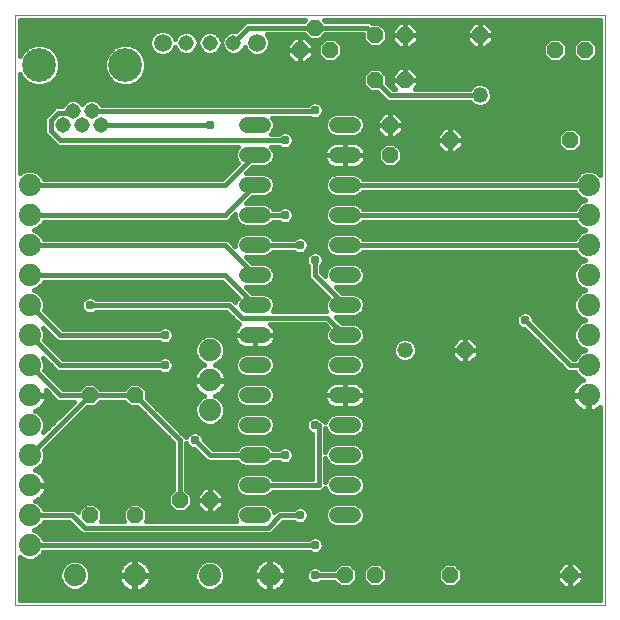
<source format=gbl>
G75*
%MOIN*%
%OFA0B0*%
%FSLAX25Y25*%
%IPPOS*%
%LPD*%
%AMOC8*
5,1,8,0,0,1.08239X$1,22.5*
%
%ADD10C,0.00000*%
%ADD11OC8,0.05200*%
%ADD12C,0.05200*%
%ADD13C,0.05150*%
%ADD14C,0.11220*%
%ADD15C,0.05200*%
%ADD16C,0.05937*%
%ADD17C,0.07400*%
%ADD18C,0.01600*%
%ADD19C,0.03100*%
D10*
X0001800Y0001800D02*
X0001800Y0198650D01*
X0198650Y0198650D01*
X0198650Y0001800D01*
X0001800Y0001800D01*
D11*
X0026800Y0031800D03*
X0041800Y0031800D03*
X0056800Y0036800D03*
X0066800Y0036800D03*
X0041800Y0071800D03*
X0026800Y0071800D03*
X0111800Y0011800D03*
X0121800Y0011800D03*
X0146800Y0011800D03*
X0186800Y0011800D03*
X0151800Y0086800D03*
X0126800Y0151800D03*
X0126800Y0161800D03*
X0121800Y0176800D03*
X0131800Y0176800D03*
X0131800Y0191800D03*
X0121800Y0191800D03*
X0106800Y0186800D03*
X0101800Y0194300D03*
X0096800Y0186800D03*
X0146800Y0156800D03*
X0156800Y0191800D03*
X0181800Y0186800D03*
X0191800Y0186800D03*
X0186800Y0156800D03*
D12*
X0156800Y0171800D03*
X0131800Y0086800D03*
D13*
X0074674Y0189300D03*
X0066800Y0189300D03*
X0058926Y0189300D03*
X0030599Y0161721D03*
X0027450Y0166446D03*
X0024300Y0161721D03*
X0021150Y0166446D03*
X0018001Y0161721D03*
D14*
X0009930Y0181800D03*
X0038670Y0181800D03*
D15*
X0079200Y0161800D02*
X0084400Y0161800D01*
X0084400Y0151800D02*
X0079200Y0151800D01*
X0079200Y0141800D02*
X0084400Y0141800D01*
X0084400Y0131800D02*
X0079200Y0131800D01*
X0079200Y0121800D02*
X0084400Y0121800D01*
X0084400Y0111800D02*
X0079200Y0111800D01*
X0079200Y0101800D02*
X0084400Y0101800D01*
X0084400Y0091800D02*
X0079200Y0091800D01*
X0079200Y0081800D02*
X0084400Y0081800D01*
X0084400Y0071800D02*
X0079200Y0071800D01*
X0079200Y0061800D02*
X0084400Y0061800D01*
X0084400Y0051800D02*
X0079200Y0051800D01*
X0079200Y0041800D02*
X0084400Y0041800D01*
X0084400Y0031800D02*
X0079200Y0031800D01*
X0109200Y0031800D02*
X0114400Y0031800D01*
X0114400Y0041800D02*
X0109200Y0041800D01*
X0109200Y0051800D02*
X0114400Y0051800D01*
X0114400Y0061800D02*
X0109200Y0061800D01*
X0109200Y0071800D02*
X0114400Y0071800D01*
X0114400Y0081800D02*
X0109200Y0081800D01*
X0109200Y0091800D02*
X0114400Y0091800D01*
X0114400Y0101800D02*
X0109200Y0101800D01*
X0109200Y0111800D02*
X0114400Y0111800D01*
X0114400Y0121800D02*
X0109200Y0121800D01*
X0109200Y0131800D02*
X0114400Y0131800D01*
X0114400Y0141800D02*
X0109200Y0141800D01*
X0109200Y0151800D02*
X0114400Y0151800D01*
X0114400Y0161800D02*
X0109200Y0161800D01*
D16*
X0082548Y0189300D03*
X0051052Y0189300D03*
D17*
X0006800Y0141800D03*
X0006800Y0131800D03*
X0006800Y0121800D03*
X0006800Y0111800D03*
X0006800Y0101800D03*
X0006800Y0091800D03*
X0006800Y0081800D03*
X0006800Y0071800D03*
X0006800Y0061800D03*
X0006800Y0051800D03*
X0006800Y0041800D03*
X0006800Y0031800D03*
X0006800Y0021800D03*
X0021800Y0011800D03*
X0041800Y0011800D03*
X0066800Y0011800D03*
X0086800Y0011800D03*
X0066800Y0066800D03*
X0066800Y0076800D03*
X0066800Y0086800D03*
X0193050Y0081800D03*
X0193050Y0071800D03*
X0193050Y0091800D03*
X0193050Y0101800D03*
X0193050Y0111800D03*
X0193050Y0121800D03*
X0193050Y0131800D03*
X0193050Y0141800D03*
D18*
X0111800Y0141800D01*
X0115196Y0145800D02*
X0108404Y0145800D01*
X0106934Y0145191D01*
X0105809Y0144066D01*
X0105200Y0142596D01*
X0105200Y0141004D01*
X0105809Y0139534D01*
X0106934Y0138409D01*
X0108404Y0137800D01*
X0115196Y0137800D01*
X0116666Y0138409D01*
X0117791Y0139534D01*
X0117818Y0139600D01*
X0188441Y0139600D01*
X0188726Y0138911D01*
X0190161Y0137476D01*
X0191794Y0136800D01*
X0190161Y0136124D01*
X0188726Y0134689D01*
X0188441Y0134000D01*
X0117818Y0134000D01*
X0117791Y0134066D01*
X0116666Y0135191D01*
X0115196Y0135800D01*
X0108404Y0135800D01*
X0106934Y0135191D01*
X0105809Y0134066D01*
X0105200Y0132596D01*
X0105200Y0131004D01*
X0105809Y0129534D01*
X0106934Y0128409D01*
X0108404Y0127800D01*
X0115196Y0127800D01*
X0116666Y0128409D01*
X0117791Y0129534D01*
X0117818Y0129600D01*
X0188441Y0129600D01*
X0188726Y0128911D01*
X0190161Y0127476D01*
X0191794Y0126800D01*
X0190161Y0126124D01*
X0188726Y0124689D01*
X0188441Y0124000D01*
X0117818Y0124000D01*
X0117791Y0124066D01*
X0116666Y0125191D01*
X0115196Y0125800D01*
X0108404Y0125800D01*
X0106934Y0125191D01*
X0105809Y0124066D01*
X0105200Y0122596D01*
X0105200Y0121004D01*
X0105809Y0119534D01*
X0106934Y0118409D01*
X0108404Y0117800D01*
X0115196Y0117800D01*
X0116666Y0118409D01*
X0117791Y0119534D01*
X0117818Y0119600D01*
X0188441Y0119600D01*
X0188726Y0118911D01*
X0190161Y0117476D01*
X0191794Y0116800D01*
X0190161Y0116124D01*
X0188726Y0114689D01*
X0187950Y0112814D01*
X0187950Y0110786D01*
X0188726Y0108911D01*
X0190161Y0107476D01*
X0191794Y0106800D01*
X0190161Y0106124D01*
X0188726Y0104689D01*
X0187950Y0102814D01*
X0187950Y0100786D01*
X0188726Y0098911D01*
X0190161Y0097476D01*
X0191794Y0096800D01*
X0190161Y0096124D01*
X0188726Y0094689D01*
X0187950Y0092814D01*
X0187950Y0090786D01*
X0188726Y0088911D01*
X0190161Y0087476D01*
X0191794Y0086800D01*
X0190161Y0086124D01*
X0188726Y0084689D01*
X0188441Y0084000D01*
X0187711Y0084000D01*
X0174750Y0096961D01*
X0174750Y0097387D01*
X0174301Y0098471D01*
X0173471Y0099301D01*
X0172387Y0099750D01*
X0171213Y0099750D01*
X0170129Y0099301D01*
X0169299Y0098471D01*
X0168850Y0097387D01*
X0168850Y0096213D01*
X0169299Y0095129D01*
X0170129Y0094299D01*
X0171213Y0093850D01*
X0171639Y0093850D01*
X0184600Y0080889D01*
X0185889Y0079600D01*
X0188441Y0079600D01*
X0188726Y0078911D01*
X0190161Y0077476D01*
X0191287Y0077010D01*
X0190939Y0076897D01*
X0190167Y0076504D01*
X0189467Y0075995D01*
X0188855Y0075383D01*
X0188346Y0074683D01*
X0187953Y0073911D01*
X0187685Y0073088D01*
X0187550Y0072233D01*
X0187550Y0072000D01*
X0192850Y0072000D01*
X0192850Y0071600D01*
X0193250Y0071600D01*
X0193250Y0066300D01*
X0193483Y0066300D01*
X0194338Y0066435D01*
X0195161Y0066703D01*
X0195933Y0067096D01*
X0196633Y0067605D01*
X0196800Y0067772D01*
X0196800Y0003600D01*
X0003600Y0003600D01*
X0003600Y0017788D01*
X0003911Y0017476D01*
X0005786Y0016700D01*
X0007814Y0016700D01*
X0009689Y0017476D01*
X0011124Y0018911D01*
X0011409Y0019600D01*
X0099828Y0019600D01*
X0100129Y0019299D01*
X0101213Y0018850D01*
X0102387Y0018850D01*
X0103471Y0019299D01*
X0104301Y0020129D01*
X0104750Y0021213D01*
X0104750Y0022387D01*
X0104301Y0023471D01*
X0103471Y0024301D01*
X0102387Y0024750D01*
X0101213Y0024750D01*
X0100129Y0024301D01*
X0099828Y0024000D01*
X0011409Y0024000D01*
X0011124Y0024689D01*
X0009689Y0026124D01*
X0008056Y0026800D01*
X0009689Y0027476D01*
X0011124Y0028911D01*
X0011409Y0029600D01*
X0019949Y0029600D01*
X0022860Y0026689D01*
X0024149Y0025400D01*
X0087051Y0025400D01*
X0088340Y0026689D01*
X0091251Y0029600D01*
X0094828Y0029600D01*
X0095129Y0029299D01*
X0096213Y0028850D01*
X0097387Y0028850D01*
X0098471Y0029299D01*
X0099301Y0030129D01*
X0099750Y0031213D01*
X0099750Y0032387D01*
X0099301Y0033471D01*
X0098471Y0034301D01*
X0097387Y0034750D01*
X0096213Y0034750D01*
X0095129Y0034301D01*
X0094828Y0034000D01*
X0089428Y0034000D01*
X0088290Y0032861D01*
X0087791Y0034066D01*
X0086666Y0035191D01*
X0085196Y0035800D01*
X0078404Y0035800D01*
X0076934Y0035191D01*
X0075809Y0034066D01*
X0075200Y0032596D01*
X0075200Y0031004D01*
X0075699Y0029800D01*
X0045457Y0029800D01*
X0045800Y0030143D01*
X0045800Y0033457D01*
X0043457Y0035800D01*
X0040143Y0035800D01*
X0037800Y0033457D01*
X0037800Y0030143D01*
X0038143Y0029800D01*
X0030457Y0029800D01*
X0030800Y0030143D01*
X0030800Y0033457D01*
X0028457Y0035800D01*
X0025143Y0035800D01*
X0022800Y0033457D01*
X0022800Y0032972D01*
X0021772Y0034000D01*
X0011409Y0034000D01*
X0011124Y0034689D01*
X0009689Y0036124D01*
X0008563Y0036590D01*
X0008911Y0036703D01*
X0009683Y0037096D01*
X0010383Y0037605D01*
X0010995Y0038217D01*
X0011504Y0038917D01*
X0011897Y0039689D01*
X0012165Y0040512D01*
X0012300Y0041367D01*
X0012300Y0041600D01*
X0007000Y0041600D01*
X0007000Y0042000D01*
X0012300Y0042000D01*
X0012300Y0042233D01*
X0012165Y0043088D01*
X0011897Y0043911D01*
X0011504Y0044683D01*
X0010995Y0045383D01*
X0010383Y0045995D01*
X0009683Y0046504D01*
X0008911Y0046897D01*
X0008563Y0047010D01*
X0009689Y0047476D01*
X0011124Y0048911D01*
X0011900Y0050786D01*
X0011900Y0052814D01*
X0011615Y0053503D01*
X0025911Y0067800D01*
X0028457Y0067800D01*
X0030257Y0069600D01*
X0038343Y0069600D01*
X0040143Y0067800D01*
X0042689Y0067800D01*
X0054600Y0055889D01*
X0054600Y0040257D01*
X0052800Y0038457D01*
X0052800Y0035143D01*
X0055143Y0032800D01*
X0058457Y0032800D01*
X0060800Y0035143D01*
X0060800Y0038457D01*
X0059000Y0040257D01*
X0059000Y0055851D01*
X0059299Y0055129D01*
X0060129Y0054299D01*
X0061213Y0053850D01*
X0061639Y0053850D01*
X0064600Y0050889D01*
X0065889Y0049600D01*
X0075782Y0049600D01*
X0075809Y0049534D01*
X0076934Y0048409D01*
X0078404Y0047800D01*
X0085196Y0047800D01*
X0086666Y0048409D01*
X0087791Y0049534D01*
X0087818Y0049600D01*
X0089828Y0049600D01*
X0090129Y0049299D01*
X0091213Y0048850D01*
X0092387Y0048850D01*
X0093471Y0049299D01*
X0094301Y0050129D01*
X0094750Y0051213D01*
X0094750Y0052387D01*
X0094301Y0053471D01*
X0093471Y0054301D01*
X0092387Y0054750D01*
X0091213Y0054750D01*
X0090129Y0054301D01*
X0089828Y0054000D01*
X0087818Y0054000D01*
X0087791Y0054066D01*
X0086666Y0055191D01*
X0085196Y0055800D01*
X0078404Y0055800D01*
X0076934Y0055191D01*
X0075809Y0054066D01*
X0075782Y0054000D01*
X0067711Y0054000D01*
X0064750Y0056961D01*
X0064750Y0057387D01*
X0064301Y0058471D01*
X0063471Y0059301D01*
X0062387Y0059750D01*
X0061213Y0059750D01*
X0060129Y0059301D01*
X0059299Y0058471D01*
X0058989Y0057722D01*
X0057711Y0059000D01*
X0045800Y0070911D01*
X0045800Y0073457D01*
X0043457Y0075800D01*
X0040143Y0075800D01*
X0038343Y0074000D01*
X0030257Y0074000D01*
X0028457Y0075800D01*
X0025143Y0075800D01*
X0023343Y0074000D01*
X0017711Y0074000D01*
X0011615Y0080097D01*
X0011900Y0080786D01*
X0011900Y0082814D01*
X0011352Y0084136D01*
X0014600Y0080889D01*
X0015889Y0079600D01*
X0049828Y0079600D01*
X0050129Y0079299D01*
X0051213Y0078850D01*
X0052387Y0078850D01*
X0053471Y0079299D01*
X0054301Y0080129D01*
X0054750Y0081213D01*
X0054750Y0082387D01*
X0054301Y0083471D01*
X0053471Y0084301D01*
X0052387Y0084750D01*
X0051213Y0084750D01*
X0050129Y0084301D01*
X0049828Y0084000D01*
X0017711Y0084000D01*
X0011615Y0090097D01*
X0011900Y0090786D01*
X0011900Y0092814D01*
X0011352Y0094136D01*
X0014600Y0090889D01*
X0014600Y0090889D01*
X0015889Y0089600D01*
X0049828Y0089600D01*
X0050129Y0089299D01*
X0051213Y0088850D01*
X0052387Y0088850D01*
X0053471Y0089299D01*
X0054301Y0090129D01*
X0054750Y0091213D01*
X0054750Y0092387D01*
X0054301Y0093471D01*
X0053471Y0094301D01*
X0052387Y0094750D01*
X0051213Y0094750D01*
X0050129Y0094301D01*
X0049828Y0094000D01*
X0017711Y0094000D01*
X0011615Y0100097D01*
X0011900Y0100786D01*
X0011900Y0102814D01*
X0011124Y0104689D01*
X0009689Y0106124D01*
X0008056Y0106800D01*
X0009689Y0107476D01*
X0011124Y0108911D01*
X0011409Y0109600D01*
X0070889Y0109600D01*
X0076116Y0104373D01*
X0075809Y0104066D01*
X0075310Y0102861D01*
X0074172Y0104000D01*
X0028772Y0104000D01*
X0028471Y0104301D01*
X0027387Y0104750D01*
X0026213Y0104750D01*
X0025129Y0104301D01*
X0024299Y0103471D01*
X0023850Y0102387D01*
X0023850Y0101213D01*
X0024299Y0100129D01*
X0025129Y0099299D01*
X0026213Y0098850D01*
X0027387Y0098850D01*
X0028471Y0099299D01*
X0028772Y0099600D01*
X0072349Y0099600D01*
X0075260Y0096689D01*
X0076549Y0095400D01*
X0076669Y0095400D01*
X0076334Y0095156D01*
X0075844Y0094666D01*
X0075437Y0094106D01*
X0075122Y0093489D01*
X0074908Y0092830D01*
X0074800Y0092146D01*
X0074800Y0091800D01*
X0081800Y0091800D01*
X0088800Y0091800D01*
X0088800Y0092146D01*
X0088692Y0092830D01*
X0088478Y0093489D01*
X0088163Y0094106D01*
X0087756Y0094666D01*
X0087266Y0095156D01*
X0086931Y0095400D01*
X0105089Y0095400D01*
X0106116Y0094373D01*
X0105809Y0094066D01*
X0105200Y0092596D01*
X0105200Y0091004D01*
X0105809Y0089534D01*
X0106934Y0088409D01*
X0108404Y0087800D01*
X0115196Y0087800D01*
X0116666Y0088409D01*
X0117791Y0089534D01*
X0118400Y0091004D01*
X0118400Y0092596D01*
X0117791Y0094066D01*
X0116666Y0095191D01*
X0115196Y0095800D01*
X0110911Y0095800D01*
X0108911Y0097800D01*
X0115196Y0097800D01*
X0116666Y0098409D01*
X0117791Y0099534D01*
X0118400Y0101004D01*
X0118400Y0102596D01*
X0117791Y0104066D01*
X0116666Y0105191D01*
X0115196Y0105800D01*
X0110911Y0105800D01*
X0108911Y0107800D01*
X0115196Y0107800D01*
X0116666Y0108409D01*
X0117791Y0109534D01*
X0118400Y0111004D01*
X0118400Y0112596D01*
X0117791Y0114066D01*
X0116666Y0115191D01*
X0115196Y0115800D01*
X0108404Y0115800D01*
X0106934Y0115191D01*
X0105809Y0114066D01*
X0105200Y0112596D01*
X0105200Y0111511D01*
X0104000Y0112711D01*
X0104000Y0114828D01*
X0104301Y0115129D01*
X0104750Y0116213D01*
X0104750Y0117387D01*
X0104301Y0118471D01*
X0103471Y0119301D01*
X0102387Y0119750D01*
X0101213Y0119750D01*
X0100129Y0119301D01*
X0099299Y0118471D01*
X0098850Y0117387D01*
X0098850Y0116213D01*
X0099299Y0115129D01*
X0099600Y0114828D01*
X0099600Y0110889D01*
X0106116Y0104373D01*
X0105809Y0104066D01*
X0105200Y0102596D01*
X0105200Y0101004D01*
X0105699Y0099800D01*
X0087901Y0099800D01*
X0088400Y0101004D01*
X0088400Y0102596D01*
X0087791Y0104066D01*
X0086666Y0105191D01*
X0085196Y0105800D01*
X0080911Y0105800D01*
X0078911Y0107800D01*
X0085196Y0107800D01*
X0086666Y0108409D01*
X0087791Y0109534D01*
X0088400Y0111004D01*
X0088400Y0112596D01*
X0087791Y0114066D01*
X0086666Y0115191D01*
X0085196Y0115800D01*
X0080911Y0115800D01*
X0078911Y0117800D01*
X0085196Y0117800D01*
X0086666Y0118409D01*
X0087791Y0119534D01*
X0087818Y0119600D01*
X0094828Y0119600D01*
X0095129Y0119299D01*
X0096213Y0118850D01*
X0097387Y0118850D01*
X0098471Y0119299D01*
X0099301Y0120129D01*
X0099750Y0121213D01*
X0099750Y0122387D01*
X0099301Y0123471D01*
X0098471Y0124301D01*
X0097387Y0124750D01*
X0096213Y0124750D01*
X0095129Y0124301D01*
X0094828Y0124000D01*
X0087818Y0124000D01*
X0087791Y0124066D01*
X0086666Y0125191D01*
X0085196Y0125800D01*
X0078404Y0125800D01*
X0076934Y0125191D01*
X0075809Y0124066D01*
X0075200Y0122596D01*
X0075200Y0121511D01*
X0072711Y0124000D01*
X0011409Y0124000D01*
X0011124Y0124689D01*
X0009689Y0126124D01*
X0008056Y0126800D01*
X0009689Y0127476D01*
X0011124Y0128911D01*
X0011409Y0129600D01*
X0072711Y0129600D01*
X0075200Y0132089D01*
X0075200Y0131004D01*
X0075809Y0129534D01*
X0076934Y0128409D01*
X0078404Y0127800D01*
X0085196Y0127800D01*
X0086666Y0128409D01*
X0087791Y0129534D01*
X0087818Y0129600D01*
X0089828Y0129600D01*
X0090129Y0129299D01*
X0091213Y0128850D01*
X0092387Y0128850D01*
X0093471Y0129299D01*
X0094301Y0130129D01*
X0094750Y0131213D01*
X0094750Y0132387D01*
X0094301Y0133471D01*
X0093471Y0134301D01*
X0092387Y0134750D01*
X0091213Y0134750D01*
X0090129Y0134301D01*
X0089828Y0134000D01*
X0087818Y0134000D01*
X0087791Y0134066D01*
X0086666Y0135191D01*
X0085196Y0135800D01*
X0078911Y0135800D01*
X0080911Y0137800D01*
X0085196Y0137800D01*
X0086666Y0138409D01*
X0087791Y0139534D01*
X0088400Y0141004D01*
X0088400Y0142596D01*
X0087791Y0144066D01*
X0086666Y0145191D01*
X0085196Y0145800D01*
X0078911Y0145800D01*
X0080911Y0147800D01*
X0085196Y0147800D01*
X0086666Y0148409D01*
X0087791Y0149534D01*
X0088400Y0151004D01*
X0088400Y0152596D01*
X0087791Y0154066D01*
X0087257Y0154600D01*
X0089828Y0154600D01*
X0090129Y0154299D01*
X0091213Y0153850D01*
X0092387Y0153850D01*
X0093471Y0154299D01*
X0094301Y0155129D01*
X0094750Y0156213D01*
X0094750Y0157387D01*
X0094301Y0158471D01*
X0093471Y0159301D01*
X0092387Y0159750D01*
X0091213Y0159750D01*
X0090129Y0159301D01*
X0089828Y0159000D01*
X0087257Y0159000D01*
X0087791Y0159534D01*
X0088400Y0161004D01*
X0088400Y0162596D01*
X0087791Y0164066D01*
X0087611Y0164246D01*
X0100258Y0164246D01*
X0101213Y0163850D01*
X0102387Y0163850D01*
X0103471Y0164299D01*
X0104301Y0165129D01*
X0104750Y0166213D01*
X0104750Y0167387D01*
X0104301Y0168471D01*
X0103471Y0169301D01*
X0102387Y0169750D01*
X0101213Y0169750D01*
X0100129Y0169301D01*
X0099474Y0168646D01*
X0030841Y0168646D01*
X0030819Y0168697D01*
X0029701Y0169815D01*
X0028240Y0170420D01*
X0026659Y0170420D01*
X0025198Y0169815D01*
X0024300Y0168917D01*
X0023402Y0169815D01*
X0021941Y0170420D01*
X0020360Y0170420D01*
X0018899Y0169815D01*
X0017781Y0168697D01*
X0017532Y0168096D01*
X0015360Y0168096D01*
X0014072Y0166807D01*
X0011626Y0164362D01*
X0011626Y0159081D01*
X0016107Y0154600D01*
X0076343Y0154600D01*
X0075809Y0154066D01*
X0075200Y0152596D01*
X0075200Y0151004D01*
X0075809Y0149534D01*
X0076116Y0149227D01*
X0070889Y0144000D01*
X0011409Y0144000D01*
X0011124Y0144689D01*
X0009689Y0146124D01*
X0007814Y0146900D01*
X0005786Y0146900D01*
X0003911Y0146124D01*
X0003600Y0145812D01*
X0003600Y0178763D01*
X0003987Y0177829D01*
X0005959Y0175857D01*
X0008535Y0174790D01*
X0011324Y0174790D01*
X0013901Y0175857D01*
X0015873Y0177829D01*
X0016940Y0180406D01*
X0016940Y0183194D01*
X0015873Y0185771D01*
X0013901Y0187743D01*
X0011324Y0188810D01*
X0008535Y0188810D01*
X0005959Y0187743D01*
X0003987Y0185771D01*
X0003600Y0184837D01*
X0003600Y0196800D01*
X0098643Y0196800D01*
X0098343Y0196500D01*
X0078763Y0196500D01*
X0075516Y0193253D01*
X0075465Y0193275D01*
X0073883Y0193275D01*
X0072422Y0192670D01*
X0071304Y0191552D01*
X0070737Y0190182D01*
X0070170Y0191552D01*
X0069052Y0192670D01*
X0067591Y0193275D01*
X0066009Y0193275D01*
X0064548Y0192670D01*
X0063430Y0191552D01*
X0062863Y0190182D01*
X0062296Y0191552D01*
X0061178Y0192670D01*
X0059717Y0193275D01*
X0058135Y0193275D01*
X0056674Y0192670D01*
X0055556Y0191552D01*
X0055202Y0190696D01*
X0054755Y0191775D01*
X0053527Y0193003D01*
X0051921Y0193668D01*
X0050183Y0193668D01*
X0048577Y0193003D01*
X0047349Y0191775D01*
X0046683Y0190169D01*
X0046683Y0188431D01*
X0047349Y0186825D01*
X0048577Y0185597D01*
X0050183Y0184931D01*
X0051921Y0184931D01*
X0053527Y0185597D01*
X0054755Y0186825D01*
X0055202Y0187904D01*
X0055556Y0187048D01*
X0056674Y0185930D01*
X0058135Y0185325D01*
X0059717Y0185325D01*
X0061178Y0185930D01*
X0062296Y0187048D01*
X0062863Y0188418D01*
X0063430Y0187048D01*
X0064548Y0185930D01*
X0066009Y0185325D01*
X0067591Y0185325D01*
X0069052Y0185930D01*
X0070170Y0187048D01*
X0070737Y0188418D01*
X0071304Y0187048D01*
X0072422Y0185930D01*
X0073883Y0185325D01*
X0075465Y0185325D01*
X0076926Y0185930D01*
X0078044Y0187048D01*
X0078398Y0187904D01*
X0078845Y0186825D01*
X0080073Y0185597D01*
X0081679Y0184931D01*
X0083417Y0184931D01*
X0085023Y0185597D01*
X0086251Y0186825D01*
X0086917Y0188431D01*
X0086917Y0190169D01*
X0086251Y0191775D01*
X0085926Y0192100D01*
X0098343Y0192100D01*
X0100143Y0190300D01*
X0103457Y0190300D01*
X0105257Y0192100D01*
X0117800Y0192100D01*
X0117800Y0190143D01*
X0120143Y0187800D01*
X0123457Y0187800D01*
X0125800Y0190143D01*
X0125800Y0193457D01*
X0123457Y0195800D01*
X0120911Y0195800D01*
X0120211Y0196500D01*
X0105257Y0196500D01*
X0104957Y0196800D01*
X0196800Y0196800D01*
X0196800Y0145262D01*
X0195939Y0146124D01*
X0194064Y0146900D01*
X0192036Y0146900D01*
X0190161Y0146124D01*
X0188726Y0144689D01*
X0188441Y0144000D01*
X0117818Y0144000D01*
X0117791Y0144066D01*
X0116666Y0145191D01*
X0115196Y0145800D01*
X0115519Y0145666D02*
X0189704Y0145666D01*
X0188469Y0144068D02*
X0117789Y0144068D01*
X0116089Y0147722D02*
X0116706Y0148037D01*
X0117266Y0148444D01*
X0117756Y0148934D01*
X0118163Y0149494D01*
X0118478Y0150111D01*
X0118692Y0150770D01*
X0118800Y0151454D01*
X0118800Y0151800D01*
X0118800Y0152146D01*
X0118692Y0152830D01*
X0118478Y0153489D01*
X0118163Y0154106D01*
X0117756Y0154666D01*
X0117266Y0155156D01*
X0116706Y0155563D01*
X0116089Y0155878D01*
X0115430Y0156092D01*
X0114746Y0156200D01*
X0111800Y0156200D01*
X0111800Y0151800D01*
X0111800Y0151800D01*
X0118800Y0151800D01*
X0111800Y0151800D01*
X0111800Y0151800D01*
X0111800Y0147400D01*
X0114746Y0147400D01*
X0115430Y0147508D01*
X0116089Y0147722D01*
X0117686Y0148863D02*
X0124080Y0148863D01*
X0125143Y0147800D02*
X0122800Y0150143D01*
X0122800Y0153457D01*
X0125143Y0155800D01*
X0128457Y0155800D01*
X0130800Y0153457D01*
X0130800Y0150143D01*
X0128457Y0147800D01*
X0125143Y0147800D01*
X0122800Y0150462D02*
X0118592Y0150462D01*
X0118800Y0152060D02*
X0122800Y0152060D01*
X0123002Y0153659D02*
X0118391Y0153659D01*
X0117127Y0155257D02*
X0124600Y0155257D01*
X0124977Y0157400D02*
X0122400Y0159977D01*
X0122400Y0161800D01*
X0126800Y0161800D01*
X0126800Y0161800D01*
X0126800Y0166200D01*
X0128623Y0166200D01*
X0131200Y0163623D01*
X0131200Y0161800D01*
X0126800Y0161800D01*
X0126800Y0161800D01*
X0126800Y0161800D01*
X0126800Y0166200D01*
X0124977Y0166200D01*
X0122400Y0163623D01*
X0122400Y0161800D01*
X0126800Y0161800D01*
X0131200Y0161800D01*
X0131200Y0159977D01*
X0128623Y0157400D01*
X0126800Y0157400D01*
X0126800Y0161800D01*
X0126800Y0161800D01*
X0126800Y0157400D01*
X0124977Y0157400D01*
X0123923Y0158454D02*
X0116711Y0158454D01*
X0116666Y0158409D02*
X0117791Y0159534D01*
X0118400Y0161004D01*
X0118400Y0162596D01*
X0117791Y0164066D01*
X0116666Y0165191D01*
X0115196Y0165800D01*
X0108404Y0165800D01*
X0106934Y0165191D01*
X0105809Y0164066D01*
X0105200Y0162596D01*
X0105200Y0161004D01*
X0105809Y0159534D01*
X0106934Y0158409D01*
X0108404Y0157800D01*
X0115196Y0157800D01*
X0116666Y0158409D01*
X0118006Y0160053D02*
X0122400Y0160053D01*
X0122400Y0161651D02*
X0118400Y0161651D01*
X0118129Y0163250D02*
X0122400Y0163250D01*
X0123626Y0164848D02*
X0117009Y0164848D01*
X0124247Y0171242D02*
X0003600Y0171242D01*
X0003600Y0169644D02*
X0018727Y0169644D01*
X0015309Y0168045D02*
X0003600Y0168045D01*
X0003600Y0166447D02*
X0013711Y0166447D01*
X0012112Y0164848D02*
X0003600Y0164848D01*
X0003600Y0163250D02*
X0011626Y0163250D01*
X0011626Y0161651D02*
X0003600Y0161651D01*
X0003600Y0160053D02*
X0011626Y0160053D01*
X0012253Y0158454D02*
X0003600Y0158454D01*
X0003600Y0156856D02*
X0013851Y0156856D01*
X0015450Y0155257D02*
X0003600Y0155257D01*
X0003600Y0153659D02*
X0075640Y0153659D01*
X0075200Y0152060D02*
X0003600Y0152060D01*
X0003600Y0150462D02*
X0075425Y0150462D01*
X0075752Y0148863D02*
X0003600Y0148863D01*
X0003600Y0147265D02*
X0074153Y0147265D01*
X0072555Y0145666D02*
X0010146Y0145666D01*
X0011381Y0144068D02*
X0070956Y0144068D01*
X0071800Y0141800D02*
X0081800Y0151800D01*
X0080376Y0147265D02*
X0196800Y0147265D01*
X0196800Y0148863D02*
X0129520Y0148863D01*
X0130800Y0150462D02*
X0196800Y0150462D01*
X0196800Y0152060D02*
X0130800Y0152060D01*
X0130598Y0153659D02*
X0143719Y0153659D01*
X0144977Y0152400D02*
X0146800Y0152400D01*
X0148623Y0152400D01*
X0151200Y0154977D01*
X0151200Y0156800D01*
X0151200Y0158623D01*
X0148623Y0161200D01*
X0146800Y0161200D01*
X0146800Y0156800D01*
X0151200Y0156800D01*
X0146800Y0156800D01*
X0146800Y0156800D01*
X0146800Y0156800D01*
X0146800Y0152400D01*
X0146800Y0156800D01*
X0146800Y0156800D01*
X0146800Y0156800D01*
X0142400Y0156800D01*
X0142400Y0158623D01*
X0144977Y0161200D01*
X0146800Y0161200D01*
X0146800Y0156800D01*
X0142400Y0156800D01*
X0142400Y0154977D01*
X0144977Y0152400D01*
X0146800Y0153659D02*
X0146800Y0153659D01*
X0146800Y0155257D02*
X0146800Y0155257D01*
X0146800Y0156856D02*
X0146800Y0156856D01*
X0146800Y0158454D02*
X0146800Y0158454D01*
X0146800Y0160053D02*
X0146800Y0160053D01*
X0143830Y0160053D02*
X0131200Y0160053D01*
X0131200Y0161651D02*
X0196800Y0161651D01*
X0196800Y0160053D02*
X0189204Y0160053D01*
X0188457Y0160800D02*
X0185143Y0160800D01*
X0182800Y0158457D01*
X0182800Y0155143D01*
X0185143Y0152800D01*
X0188457Y0152800D01*
X0190800Y0155143D01*
X0190800Y0158457D01*
X0188457Y0160800D01*
X0190800Y0158454D02*
X0196800Y0158454D01*
X0196800Y0156856D02*
X0190800Y0156856D01*
X0190800Y0155257D02*
X0196800Y0155257D01*
X0196800Y0153659D02*
X0189315Y0153659D01*
X0184285Y0153659D02*
X0149881Y0153659D01*
X0151200Y0155257D02*
X0182800Y0155257D01*
X0182800Y0156856D02*
X0151200Y0156856D01*
X0151200Y0158454D02*
X0182800Y0158454D01*
X0184396Y0160053D02*
X0149770Y0160053D01*
X0142400Y0158454D02*
X0129677Y0158454D01*
X0129000Y0155257D02*
X0142400Y0155257D01*
X0142400Y0156856D02*
X0094750Y0156856D01*
X0094354Y0155257D02*
X0106473Y0155257D01*
X0106334Y0155156D02*
X0105844Y0154666D01*
X0105437Y0154106D01*
X0105122Y0153489D01*
X0104908Y0152830D01*
X0104800Y0152146D01*
X0104800Y0151800D01*
X0111800Y0151800D01*
X0111800Y0151800D01*
X0111800Y0151800D01*
X0111800Y0156200D01*
X0108854Y0156200D01*
X0108170Y0156092D01*
X0107511Y0155878D01*
X0106894Y0155563D01*
X0106334Y0155156D01*
X0105209Y0153659D02*
X0087960Y0153659D01*
X0088400Y0152060D02*
X0104800Y0152060D01*
X0104800Y0151800D02*
X0104800Y0151454D01*
X0104908Y0150770D01*
X0105122Y0150111D01*
X0105437Y0149494D01*
X0105844Y0148934D01*
X0106334Y0148444D01*
X0106894Y0148037D01*
X0107511Y0147722D01*
X0108170Y0147508D01*
X0108854Y0147400D01*
X0111800Y0147400D01*
X0111800Y0151800D01*
X0104800Y0151800D01*
X0105008Y0150462D02*
X0088175Y0150462D01*
X0087120Y0148863D02*
X0105914Y0148863D01*
X0108081Y0145666D02*
X0085519Y0145666D01*
X0087789Y0144068D02*
X0105811Y0144068D01*
X0105200Y0142469D02*
X0088400Y0142469D01*
X0088345Y0140870D02*
X0105255Y0140870D01*
X0106071Y0139272D02*
X0087529Y0139272D01*
X0087380Y0134476D02*
X0090553Y0134476D01*
X0093047Y0134476D02*
X0106220Y0134476D01*
X0105317Y0132878D02*
X0094547Y0132878D01*
X0094750Y0131279D02*
X0105200Y0131279D01*
X0105748Y0129681D02*
X0093853Y0129681D01*
X0091800Y0131800D02*
X0081800Y0131800D01*
X0079186Y0136075D02*
X0190112Y0136075D01*
X0189964Y0137673D02*
X0080785Y0137673D01*
X0081800Y0141800D02*
X0071800Y0131800D01*
X0006800Y0131800D01*
X0010295Y0128082D02*
X0077723Y0128082D01*
X0075748Y0129681D02*
X0072792Y0129681D01*
X0074391Y0131279D02*
X0075200Y0131279D01*
X0076629Y0124885D02*
X0010927Y0124885D01*
X0008819Y0126484D02*
X0191031Y0126484D01*
X0189555Y0128082D02*
X0115877Y0128082D01*
X0116971Y0124885D02*
X0188923Y0124885D01*
X0193050Y0121800D02*
X0111800Y0121800D01*
X0106852Y0118491D02*
X0104281Y0118491D01*
X0104750Y0116893D02*
X0191570Y0116893D01*
X0189332Y0115294D02*
X0116416Y0115294D01*
X0117944Y0113696D02*
X0188315Y0113696D01*
X0187950Y0112097D02*
X0118400Y0112097D01*
X0118191Y0110499D02*
X0188069Y0110499D01*
X0188737Y0108900D02*
X0117157Y0108900D01*
X0115429Y0105703D02*
X0189741Y0105703D01*
X0190583Y0107302D02*
X0109410Y0107302D01*
X0105848Y0104105D02*
X0087752Y0104105D01*
X0088400Y0102506D02*
X0105200Y0102506D01*
X0105240Y0100908D02*
X0088360Y0100908D01*
X0085429Y0105703D02*
X0104785Y0105703D01*
X0103187Y0107302D02*
X0079410Y0107302D01*
X0075848Y0104105D02*
X0028667Y0104105D01*
X0026800Y0101800D02*
X0073260Y0101800D01*
X0077460Y0097600D01*
X0106000Y0097600D01*
X0111800Y0091800D01*
X0110599Y0096112D02*
X0168892Y0096112D01*
X0168984Y0097711D02*
X0109001Y0097711D01*
X0105975Y0094514D02*
X0087867Y0094514D01*
X0088664Y0092915D02*
X0105332Y0092915D01*
X0105200Y0091317D02*
X0088778Y0091317D01*
X0088800Y0091454D02*
X0088692Y0090770D01*
X0088478Y0090111D01*
X0088163Y0089494D01*
X0087756Y0088934D01*
X0087266Y0088444D01*
X0086706Y0088037D01*
X0086089Y0087722D01*
X0085430Y0087508D01*
X0084746Y0087400D01*
X0081800Y0087400D01*
X0081800Y0091800D01*
X0081800Y0091800D01*
X0081800Y0091800D01*
X0081800Y0091800D01*
X0088800Y0091800D01*
X0088800Y0091454D01*
X0088277Y0089718D02*
X0105733Y0089718D01*
X0107633Y0088120D02*
X0086820Y0088120D01*
X0085196Y0085800D02*
X0086666Y0085191D01*
X0087791Y0084066D01*
X0088400Y0082596D01*
X0088400Y0081004D01*
X0087791Y0079534D01*
X0086666Y0078409D01*
X0085196Y0077800D01*
X0078404Y0077800D01*
X0076934Y0078409D01*
X0075809Y0079534D01*
X0075200Y0081004D01*
X0075200Y0082596D01*
X0075809Y0084066D01*
X0076934Y0085191D01*
X0078404Y0085800D01*
X0085196Y0085800D01*
X0086934Y0084923D02*
X0106666Y0084923D01*
X0106934Y0085191D02*
X0105809Y0084066D01*
X0105200Y0082596D01*
X0105200Y0081004D01*
X0105809Y0079534D01*
X0106934Y0078409D01*
X0108404Y0077800D01*
X0115196Y0077800D01*
X0116666Y0078409D01*
X0117791Y0079534D01*
X0118400Y0081004D01*
X0118400Y0082596D01*
X0117791Y0084066D01*
X0116666Y0085191D01*
X0115196Y0085800D01*
X0108404Y0085800D01*
X0106934Y0085191D01*
X0105502Y0083324D02*
X0088098Y0083324D01*
X0088400Y0081726D02*
X0105200Y0081726D01*
X0105563Y0080127D02*
X0088037Y0080127D01*
X0086785Y0078529D02*
X0106815Y0078529D01*
X0107511Y0075878D02*
X0106894Y0075563D01*
X0106334Y0075156D01*
X0105844Y0074666D01*
X0105437Y0074106D01*
X0105122Y0073489D01*
X0104908Y0072830D01*
X0104800Y0072146D01*
X0104800Y0071800D01*
X0111800Y0071800D01*
X0111800Y0071800D01*
X0111800Y0076200D01*
X0114746Y0076200D01*
X0115430Y0076092D01*
X0116089Y0075878D01*
X0116706Y0075563D01*
X0117266Y0075156D01*
X0117756Y0074666D01*
X0118163Y0074106D01*
X0118478Y0073489D01*
X0118692Y0072830D01*
X0118800Y0072146D01*
X0118800Y0071800D01*
X0111800Y0071800D01*
X0111800Y0071800D01*
X0111800Y0067400D01*
X0114746Y0067400D01*
X0115430Y0067508D01*
X0116089Y0067722D01*
X0116706Y0068037D01*
X0117266Y0068444D01*
X0117756Y0068934D01*
X0118163Y0069494D01*
X0118478Y0070111D01*
X0118692Y0070770D01*
X0118800Y0071454D01*
X0118800Y0071800D01*
X0111800Y0071800D01*
X0111800Y0071800D01*
X0111800Y0071800D01*
X0111800Y0076200D01*
X0108854Y0076200D01*
X0108170Y0076092D01*
X0107511Y0075878D01*
X0106575Y0075332D02*
X0086327Y0075332D01*
X0086666Y0075191D02*
X0085196Y0075800D01*
X0078404Y0075800D01*
X0076934Y0075191D01*
X0075809Y0074066D01*
X0075200Y0072596D01*
X0075200Y0071004D01*
X0075809Y0069534D01*
X0076934Y0068409D01*
X0078404Y0067800D01*
X0085196Y0067800D01*
X0086666Y0068409D01*
X0087791Y0069534D01*
X0088400Y0071004D01*
X0088400Y0072596D01*
X0087791Y0074066D01*
X0086666Y0075191D01*
X0087929Y0073733D02*
X0105247Y0073733D01*
X0104800Y0072134D02*
X0088400Y0072134D01*
X0088206Y0070536D02*
X0104984Y0070536D01*
X0104908Y0070770D02*
X0105122Y0070111D01*
X0105437Y0069494D01*
X0105844Y0068934D01*
X0106334Y0068444D01*
X0106894Y0068037D01*
X0107511Y0067722D01*
X0108170Y0067508D01*
X0108854Y0067400D01*
X0111800Y0067400D01*
X0111800Y0071800D01*
X0104800Y0071800D01*
X0104800Y0071454D01*
X0104908Y0070770D01*
X0105841Y0068937D02*
X0087194Y0068937D01*
X0085339Y0065740D02*
X0108261Y0065740D01*
X0108404Y0065800D02*
X0106934Y0065191D01*
X0105809Y0064066D01*
X0105249Y0062713D01*
X0103961Y0064000D01*
X0103772Y0064000D01*
X0103471Y0064301D01*
X0102387Y0064750D01*
X0101213Y0064750D01*
X0100129Y0064301D01*
X0099299Y0063471D01*
X0098850Y0062387D01*
X0098850Y0061213D01*
X0099299Y0060129D01*
X0100129Y0059299D01*
X0100850Y0059000D01*
X0100850Y0044000D01*
X0087818Y0044000D01*
X0087791Y0044066D01*
X0086666Y0045191D01*
X0085196Y0045800D01*
X0078404Y0045800D01*
X0076934Y0045191D01*
X0075809Y0044066D01*
X0075200Y0042596D01*
X0075200Y0041004D01*
X0075809Y0039534D01*
X0076934Y0038409D01*
X0078404Y0037800D01*
X0085196Y0037800D01*
X0086666Y0038409D01*
X0087791Y0039534D01*
X0087818Y0039600D01*
X0103961Y0039600D01*
X0105249Y0040887D01*
X0105809Y0039534D01*
X0106934Y0038409D01*
X0108404Y0037800D01*
X0115196Y0037800D01*
X0116666Y0038409D01*
X0117791Y0039534D01*
X0118400Y0041004D01*
X0118400Y0042596D01*
X0117791Y0044066D01*
X0116666Y0045191D01*
X0115196Y0045800D01*
X0108404Y0045800D01*
X0106934Y0045191D01*
X0105809Y0044066D01*
X0105250Y0042716D01*
X0105250Y0050884D01*
X0105809Y0049534D01*
X0106934Y0048409D01*
X0108404Y0047800D01*
X0115196Y0047800D01*
X0116666Y0048409D01*
X0117791Y0049534D01*
X0118400Y0051004D01*
X0118400Y0052596D01*
X0117791Y0054066D01*
X0116666Y0055191D01*
X0115196Y0055800D01*
X0108404Y0055800D01*
X0106934Y0055191D01*
X0105809Y0054066D01*
X0105250Y0052716D01*
X0105250Y0060884D01*
X0105809Y0059534D01*
X0106934Y0058409D01*
X0108404Y0057800D01*
X0115196Y0057800D01*
X0116666Y0058409D01*
X0117791Y0059534D01*
X0118400Y0061004D01*
X0118400Y0062596D01*
X0117791Y0064066D01*
X0116666Y0065191D01*
X0115196Y0065800D01*
X0108404Y0065800D01*
X0105885Y0064142D02*
X0103630Y0064142D01*
X0103050Y0061800D02*
X0101800Y0061800D01*
X0103050Y0061800D02*
X0103050Y0041800D01*
X0081800Y0041800D01*
X0076777Y0038566D02*
X0071200Y0038566D01*
X0071200Y0038623D02*
X0068623Y0041200D01*
X0066800Y0041200D01*
X0066800Y0036800D01*
X0071200Y0036800D01*
X0071200Y0038623D01*
X0071200Y0036967D02*
X0196800Y0036967D01*
X0196800Y0035369D02*
X0116237Y0035369D01*
X0116666Y0035191D02*
X0115196Y0035800D01*
X0108404Y0035800D01*
X0106934Y0035191D01*
X0105809Y0034066D01*
X0105200Y0032596D01*
X0105200Y0031004D01*
X0105809Y0029534D01*
X0106934Y0028409D01*
X0108404Y0027800D01*
X0115196Y0027800D01*
X0116666Y0028409D01*
X0117791Y0029534D01*
X0118400Y0031004D01*
X0118400Y0032596D01*
X0117791Y0034066D01*
X0116666Y0035191D01*
X0117913Y0033770D02*
X0196800Y0033770D01*
X0196800Y0032172D02*
X0118400Y0032172D01*
X0118221Y0030573D02*
X0196800Y0030573D01*
X0196800Y0028975D02*
X0117232Y0028975D01*
X0116823Y0038566D02*
X0196800Y0038566D01*
X0196800Y0040164D02*
X0118052Y0040164D01*
X0118400Y0041763D02*
X0196800Y0041763D01*
X0196800Y0043361D02*
X0118083Y0043361D01*
X0116897Y0044960D02*
X0196800Y0044960D01*
X0196800Y0046558D02*
X0105250Y0046558D01*
X0105250Y0044960D02*
X0106703Y0044960D01*
X0105517Y0043361D02*
X0105250Y0043361D01*
X0105548Y0040164D02*
X0104526Y0040164D01*
X0106777Y0038566D02*
X0086823Y0038566D01*
X0086237Y0035369D02*
X0107363Y0035369D01*
X0105687Y0033770D02*
X0099002Y0033770D01*
X0099750Y0032172D02*
X0105200Y0032172D01*
X0105379Y0030573D02*
X0099485Y0030573D01*
X0097688Y0028975D02*
X0106368Y0028975D01*
X0103593Y0024179D02*
X0196800Y0024179D01*
X0196800Y0022581D02*
X0104670Y0022581D01*
X0104654Y0020982D02*
X0196800Y0020982D01*
X0196800Y0019384D02*
X0103556Y0019384D01*
X0101800Y0021800D02*
X0006800Y0021800D01*
X0011335Y0024179D02*
X0100007Y0024179D01*
X0100044Y0019384D02*
X0011319Y0019384D01*
X0009998Y0017785D02*
X0196800Y0017785D01*
X0196800Y0016187D02*
X0188636Y0016187D01*
X0188623Y0016200D02*
X0186800Y0016200D01*
X0186800Y0011800D01*
X0191200Y0011800D01*
X0191200Y0013623D01*
X0188623Y0016200D01*
X0186800Y0016187D02*
X0186800Y0016187D01*
X0186800Y0016200D02*
X0184977Y0016200D01*
X0182400Y0013623D01*
X0182400Y0011800D01*
X0186800Y0011800D01*
X0186800Y0011800D01*
X0186800Y0011800D01*
X0191200Y0011800D01*
X0191200Y0009977D01*
X0188623Y0007400D01*
X0186800Y0007400D01*
X0186800Y0011800D01*
X0186800Y0011800D01*
X0186800Y0011800D01*
X0186800Y0016200D01*
X0186800Y0014588D02*
X0186800Y0014588D01*
X0186800Y0012990D02*
X0186800Y0012990D01*
X0186800Y0011800D02*
X0182400Y0011800D01*
X0182400Y0009977D01*
X0184977Y0007400D01*
X0186800Y0007400D01*
X0186800Y0011800D01*
X0186800Y0011391D02*
X0186800Y0011391D01*
X0186800Y0009793D02*
X0186800Y0009793D01*
X0186800Y0008194D02*
X0186800Y0008194D01*
X0184183Y0008194D02*
X0148851Y0008194D01*
X0148457Y0007800D02*
X0150800Y0010143D01*
X0150800Y0013457D01*
X0148457Y0015800D01*
X0145143Y0015800D01*
X0142800Y0013457D01*
X0142800Y0010143D01*
X0145143Y0007800D01*
X0148457Y0007800D01*
X0150449Y0009793D02*
X0182585Y0009793D01*
X0182400Y0011391D02*
X0150800Y0011391D01*
X0150800Y0012990D02*
X0182400Y0012990D01*
X0183366Y0014588D02*
X0149669Y0014588D01*
X0143931Y0014588D02*
X0124669Y0014588D01*
X0125800Y0013457D02*
X0123457Y0015800D01*
X0120143Y0015800D01*
X0117800Y0013457D01*
X0117800Y0010143D01*
X0120143Y0007800D01*
X0123457Y0007800D01*
X0125800Y0010143D01*
X0125800Y0013457D01*
X0125800Y0012990D02*
X0142800Y0012990D01*
X0142800Y0011391D02*
X0125800Y0011391D01*
X0125449Y0009793D02*
X0143151Y0009793D01*
X0144749Y0008194D02*
X0123851Y0008194D01*
X0119749Y0008194D02*
X0113851Y0008194D01*
X0113457Y0007800D02*
X0115800Y0010143D01*
X0115800Y0013457D01*
X0113457Y0015800D01*
X0110143Y0015800D01*
X0108343Y0014000D01*
X0103772Y0014000D01*
X0103471Y0014301D01*
X0102387Y0014750D01*
X0101213Y0014750D01*
X0100129Y0014301D01*
X0099299Y0013471D01*
X0098850Y0012387D01*
X0098850Y0011213D01*
X0099299Y0010129D01*
X0100129Y0009299D01*
X0101213Y0008850D01*
X0102387Y0008850D01*
X0103471Y0009299D01*
X0103772Y0009600D01*
X0108343Y0009600D01*
X0110143Y0007800D01*
X0113457Y0007800D01*
X0115449Y0009793D02*
X0118151Y0009793D01*
X0117800Y0011391D02*
X0115800Y0011391D01*
X0115800Y0012990D02*
X0117800Y0012990D01*
X0118931Y0014588D02*
X0114669Y0014588D01*
X0111800Y0011800D02*
X0101800Y0011800D01*
X0099100Y0012990D02*
X0092180Y0012990D01*
X0092165Y0013088D02*
X0091897Y0013911D01*
X0091504Y0014683D01*
X0090995Y0015383D01*
X0090383Y0015995D01*
X0089683Y0016504D01*
X0088911Y0016897D01*
X0088088Y0017165D01*
X0087233Y0017300D01*
X0087000Y0017300D01*
X0087000Y0012000D01*
X0086600Y0012000D01*
X0086600Y0017300D01*
X0086367Y0017300D01*
X0085512Y0017165D01*
X0084689Y0016897D01*
X0083917Y0016504D01*
X0083217Y0015995D01*
X0082605Y0015383D01*
X0082096Y0014683D01*
X0081703Y0013911D01*
X0081435Y0013088D01*
X0081300Y0012233D01*
X0081300Y0012000D01*
X0086600Y0012000D01*
X0086600Y0011600D01*
X0081300Y0011600D01*
X0081300Y0011367D01*
X0081435Y0010512D01*
X0081703Y0009689D01*
X0082096Y0008917D01*
X0082605Y0008217D01*
X0083217Y0007605D01*
X0083917Y0007096D01*
X0084689Y0006703D01*
X0085512Y0006435D01*
X0086367Y0006300D01*
X0086600Y0006300D01*
X0086600Y0011600D01*
X0087000Y0011600D01*
X0087000Y0012000D01*
X0092300Y0012000D01*
X0092300Y0012233D01*
X0092165Y0013088D01*
X0092300Y0011600D02*
X0087000Y0011600D01*
X0087000Y0006300D01*
X0087233Y0006300D01*
X0088088Y0006435D01*
X0088911Y0006703D01*
X0089683Y0007096D01*
X0090383Y0007605D01*
X0090995Y0008217D01*
X0091504Y0008917D01*
X0091897Y0009689D01*
X0092165Y0010512D01*
X0092300Y0011367D01*
X0092300Y0011600D01*
X0092300Y0011391D02*
X0098850Y0011391D01*
X0099636Y0009793D02*
X0091931Y0009793D01*
X0090972Y0008194D02*
X0109749Y0008194D01*
X0108931Y0014588D02*
X0102778Y0014588D01*
X0100822Y0014588D02*
X0091552Y0014588D01*
X0090120Y0016187D02*
X0184964Y0016187D01*
X0190234Y0014588D02*
X0196800Y0014588D01*
X0196800Y0012990D02*
X0191200Y0012990D01*
X0191200Y0011391D02*
X0196800Y0011391D01*
X0196800Y0009793D02*
X0191015Y0009793D01*
X0189417Y0008194D02*
X0196800Y0008194D01*
X0196800Y0006596D02*
X0088581Y0006596D01*
X0087000Y0006596D02*
X0086600Y0006596D01*
X0085019Y0006596D02*
X0043581Y0006596D01*
X0043911Y0006703D02*
X0044683Y0007096D01*
X0045383Y0007605D01*
X0045995Y0008217D01*
X0046504Y0008917D01*
X0046897Y0009689D01*
X0047165Y0010512D01*
X0047300Y0011367D01*
X0047300Y0011600D01*
X0042000Y0011600D01*
X0042000Y0012000D01*
X0041600Y0012000D01*
X0041600Y0017300D01*
X0041367Y0017300D01*
X0040512Y0017165D01*
X0039689Y0016897D01*
X0038917Y0016504D01*
X0038217Y0015995D01*
X0037605Y0015383D01*
X0037096Y0014683D01*
X0036703Y0013911D01*
X0036435Y0013088D01*
X0036300Y0012233D01*
X0036300Y0012000D01*
X0041600Y0012000D01*
X0041600Y0011600D01*
X0036300Y0011600D01*
X0036300Y0011367D01*
X0036435Y0010512D01*
X0036703Y0009689D01*
X0037096Y0008917D01*
X0037605Y0008217D01*
X0038217Y0007605D01*
X0038917Y0007096D01*
X0039689Y0006703D01*
X0040512Y0006435D01*
X0041367Y0006300D01*
X0041600Y0006300D01*
X0041600Y0011600D01*
X0042000Y0011600D01*
X0042000Y0006300D01*
X0042233Y0006300D01*
X0043088Y0006435D01*
X0043911Y0006703D01*
X0042000Y0006596D02*
X0041600Y0006596D01*
X0040019Y0006596D02*
X0003600Y0006596D01*
X0003600Y0008194D02*
X0018193Y0008194D01*
X0017476Y0008911D02*
X0018911Y0007476D01*
X0020786Y0006700D01*
X0022814Y0006700D01*
X0024689Y0007476D01*
X0026124Y0008911D01*
X0026900Y0010786D01*
X0026900Y0012814D01*
X0026124Y0014689D01*
X0024689Y0016124D01*
X0022814Y0016900D01*
X0020786Y0016900D01*
X0018911Y0016124D01*
X0017476Y0014689D01*
X0016700Y0012814D01*
X0016700Y0010786D01*
X0017476Y0008911D01*
X0017111Y0009793D02*
X0003600Y0009793D01*
X0003600Y0011391D02*
X0016700Y0011391D01*
X0016773Y0012990D02*
X0003600Y0012990D01*
X0003600Y0014588D02*
X0017435Y0014588D01*
X0019063Y0016187D02*
X0003600Y0016187D01*
X0003600Y0017785D02*
X0003602Y0017785D01*
X0010035Y0025778D02*
X0023771Y0025778D01*
X0025060Y0027600D02*
X0086140Y0027600D01*
X0090340Y0031800D01*
X0096800Y0031800D01*
X0095912Y0028975D02*
X0090626Y0028975D01*
X0089027Y0027376D02*
X0196800Y0027376D01*
X0196800Y0025778D02*
X0087429Y0025778D01*
X0087913Y0033770D02*
X0089199Y0033770D01*
X0086897Y0044960D02*
X0100850Y0044960D01*
X0100850Y0046558D02*
X0059000Y0046558D01*
X0059000Y0044960D02*
X0076703Y0044960D01*
X0075517Y0043361D02*
X0059000Y0043361D01*
X0059000Y0041763D02*
X0075200Y0041763D01*
X0075548Y0040164D02*
X0069658Y0040164D01*
X0066800Y0040164D02*
X0066800Y0040164D01*
X0066800Y0041200D02*
X0064977Y0041200D01*
X0062400Y0038623D01*
X0062400Y0036800D01*
X0066800Y0036800D01*
X0066800Y0036800D01*
X0066800Y0036800D01*
X0071200Y0036800D01*
X0071200Y0034977D01*
X0068623Y0032400D01*
X0066800Y0032400D01*
X0066800Y0036800D01*
X0066800Y0036800D01*
X0066800Y0036800D01*
X0066800Y0041200D01*
X0066800Y0038566D02*
X0066800Y0038566D01*
X0066800Y0036967D02*
X0066800Y0036967D01*
X0066800Y0036800D02*
X0062400Y0036800D01*
X0062400Y0034977D01*
X0064977Y0032400D01*
X0066800Y0032400D01*
X0066800Y0036800D01*
X0066800Y0035369D02*
X0066800Y0035369D01*
X0066800Y0033770D02*
X0066800Y0033770D01*
X0069993Y0033770D02*
X0075687Y0033770D01*
X0075200Y0032172D02*
X0045800Y0032172D01*
X0045800Y0030573D02*
X0075379Y0030573D01*
X0077363Y0035369D02*
X0071200Y0035369D01*
X0063607Y0033770D02*
X0059427Y0033770D01*
X0060800Y0035369D02*
X0062400Y0035369D01*
X0062400Y0036967D02*
X0060800Y0036967D01*
X0060691Y0038566D02*
X0062400Y0038566D01*
X0063942Y0040164D02*
X0059093Y0040164D01*
X0056800Y0036800D02*
X0056800Y0056800D01*
X0041800Y0071800D01*
X0026800Y0071800D01*
X0016800Y0071800D01*
X0006800Y0081800D01*
X0011900Y0081726D02*
X0013763Y0081726D01*
X0012165Y0083324D02*
X0011689Y0083324D01*
X0011627Y0080127D02*
X0015362Y0080127D01*
X0016800Y0081800D02*
X0051800Y0081800D01*
X0054299Y0080127D02*
X0062419Y0080127D01*
X0062605Y0080383D02*
X0062096Y0079683D01*
X0061703Y0078911D01*
X0061435Y0078088D01*
X0061300Y0077233D01*
X0061300Y0077000D01*
X0066600Y0077000D01*
X0066600Y0076600D01*
X0061300Y0076600D01*
X0061300Y0076367D01*
X0061435Y0075512D01*
X0061703Y0074689D01*
X0062096Y0073917D01*
X0062605Y0073217D01*
X0063217Y0072605D01*
X0063917Y0072096D01*
X0064689Y0071703D01*
X0065037Y0071590D01*
X0063911Y0071124D01*
X0062476Y0069689D01*
X0061700Y0067814D01*
X0061700Y0065786D01*
X0062476Y0063911D01*
X0063911Y0062476D01*
X0065786Y0061700D01*
X0067814Y0061700D01*
X0069689Y0062476D01*
X0071124Y0063911D01*
X0071900Y0065786D01*
X0071900Y0067814D01*
X0071124Y0069689D01*
X0069689Y0071124D01*
X0068563Y0071590D01*
X0068911Y0071703D01*
X0069683Y0072096D01*
X0070383Y0072605D01*
X0070995Y0073217D01*
X0071504Y0073917D01*
X0071897Y0074689D01*
X0072165Y0075512D01*
X0072300Y0076367D01*
X0072300Y0076600D01*
X0067000Y0076600D01*
X0067000Y0077000D01*
X0072300Y0077000D01*
X0072300Y0077233D01*
X0072165Y0078088D01*
X0071897Y0078911D01*
X0071504Y0079683D01*
X0070995Y0080383D01*
X0070383Y0080995D01*
X0069683Y0081504D01*
X0068911Y0081897D01*
X0068563Y0082010D01*
X0069689Y0082476D01*
X0071124Y0083911D01*
X0071900Y0085786D01*
X0071900Y0087814D01*
X0071124Y0089689D01*
X0069689Y0091124D01*
X0067814Y0091900D01*
X0065786Y0091900D01*
X0063911Y0091124D01*
X0062476Y0089689D01*
X0061700Y0087814D01*
X0061700Y0085786D01*
X0062476Y0083911D01*
X0063911Y0082476D01*
X0065037Y0082010D01*
X0064689Y0081897D01*
X0063917Y0081504D01*
X0063217Y0080995D01*
X0062605Y0080383D01*
X0061579Y0078529D02*
X0013183Y0078529D01*
X0014781Y0076930D02*
X0066600Y0076930D01*
X0067000Y0076930D02*
X0191040Y0076930D01*
X0189109Y0078529D02*
X0116785Y0078529D01*
X0118037Y0080127D02*
X0185362Y0080127D01*
X0186800Y0081800D02*
X0193850Y0081800D01*
X0191121Y0086521D02*
X0185190Y0086521D01*
X0183592Y0088120D02*
X0189518Y0088120D01*
X0188392Y0089718D02*
X0181993Y0089718D01*
X0180395Y0091317D02*
X0187950Y0091317D01*
X0187992Y0092915D02*
X0178796Y0092915D01*
X0177198Y0094514D02*
X0188654Y0094514D01*
X0190150Y0096112D02*
X0175599Y0096112D01*
X0174616Y0097711D02*
X0189927Y0097711D01*
X0188562Y0099309D02*
X0173451Y0099309D01*
X0171800Y0096800D02*
X0186800Y0081800D01*
X0183763Y0081726D02*
X0118400Y0081726D01*
X0118098Y0083324D02*
X0129739Y0083324D01*
X0129534Y0083409D02*
X0131004Y0082800D01*
X0132596Y0082800D01*
X0134066Y0083409D01*
X0135191Y0084534D01*
X0135800Y0086004D01*
X0135800Y0087596D01*
X0135191Y0089066D01*
X0134066Y0090191D01*
X0132596Y0090800D01*
X0131004Y0090800D01*
X0129534Y0090191D01*
X0128409Y0089066D01*
X0127800Y0087596D01*
X0127800Y0086004D01*
X0128409Y0084534D01*
X0129534Y0083409D01*
X0128248Y0084923D02*
X0116934Y0084923D01*
X0115967Y0088120D02*
X0128017Y0088120D01*
X0127800Y0086521D02*
X0071900Y0086521D01*
X0071774Y0088120D02*
X0076780Y0088120D01*
X0076894Y0088037D02*
X0077511Y0087722D01*
X0078170Y0087508D01*
X0078854Y0087400D01*
X0081800Y0087400D01*
X0081800Y0091800D01*
X0074800Y0091800D01*
X0074800Y0091454D01*
X0074908Y0090770D01*
X0075122Y0090111D01*
X0075437Y0089494D01*
X0075844Y0088934D01*
X0076334Y0088444D01*
X0076894Y0088037D01*
X0075323Y0089718D02*
X0071094Y0089718D01*
X0069223Y0091317D02*
X0074822Y0091317D01*
X0074936Y0092915D02*
X0054531Y0092915D01*
X0054750Y0091317D02*
X0064377Y0091317D01*
X0062506Y0089718D02*
X0053890Y0089718D01*
X0051800Y0091800D02*
X0016800Y0091800D01*
X0006800Y0101800D01*
X0011366Y0104105D02*
X0024933Y0104105D01*
X0023899Y0102506D02*
X0011900Y0102506D01*
X0011900Y0100908D02*
X0023977Y0100908D01*
X0025119Y0099309D02*
X0012402Y0099309D01*
X0014001Y0097711D02*
X0074238Y0097711D01*
X0072640Y0099309D02*
X0028481Y0099309D01*
X0017198Y0094514D02*
X0050643Y0094514D01*
X0052957Y0094514D02*
X0075733Y0094514D01*
X0075837Y0096112D02*
X0015599Y0096112D01*
X0012574Y0092915D02*
X0011858Y0092915D01*
X0011900Y0091317D02*
X0014172Y0091317D01*
X0015771Y0089718D02*
X0011993Y0089718D01*
X0013592Y0088120D02*
X0061826Y0088120D01*
X0061700Y0086521D02*
X0015190Y0086521D01*
X0016789Y0084923D02*
X0062057Y0084923D01*
X0063063Y0083324D02*
X0054362Y0083324D01*
X0054750Y0081726D02*
X0064352Y0081726D01*
X0069248Y0081726D02*
X0075200Y0081726D01*
X0075502Y0083324D02*
X0070537Y0083324D01*
X0071543Y0084923D02*
X0076666Y0084923D01*
X0081800Y0088120D02*
X0081800Y0088120D01*
X0081800Y0089718D02*
X0081800Y0089718D01*
X0081800Y0091317D02*
X0081800Y0091317D01*
X0081800Y0101800D02*
X0071800Y0111800D01*
X0006800Y0111800D01*
X0011113Y0108900D02*
X0071588Y0108900D01*
X0073187Y0107302D02*
X0009267Y0107302D01*
X0010109Y0105703D02*
X0074785Y0105703D01*
X0081800Y0111800D02*
X0071800Y0121800D01*
X0006800Y0121800D01*
X0006800Y0141800D02*
X0071800Y0141800D01*
X0085877Y0128082D02*
X0107723Y0128082D01*
X0106629Y0124885D02*
X0086971Y0124885D01*
X0081800Y0121800D02*
X0096800Y0121800D01*
X0099750Y0121688D02*
X0105200Y0121688D01*
X0105486Y0123287D02*
X0099377Y0123287D01*
X0099262Y0120090D02*
X0105579Y0120090D01*
X0101800Y0116800D02*
X0101800Y0111800D01*
X0111800Y0101800D01*
X0117566Y0099309D02*
X0170149Y0099309D01*
X0169914Y0094514D02*
X0117343Y0094514D01*
X0118268Y0092915D02*
X0172574Y0092915D01*
X0174172Y0091317D02*
X0118400Y0091317D01*
X0117867Y0089718D02*
X0129061Y0089718D01*
X0134539Y0089718D02*
X0148496Y0089718D01*
X0147400Y0088623D02*
X0147400Y0086800D01*
X0151800Y0086800D01*
X0156200Y0086800D01*
X0156200Y0088623D01*
X0153623Y0091200D01*
X0151800Y0091200D01*
X0151800Y0086800D01*
X0151800Y0086800D01*
X0151800Y0086800D01*
X0156200Y0086800D01*
X0156200Y0084977D01*
X0153623Y0082400D01*
X0151800Y0082400D01*
X0151800Y0086800D01*
X0151800Y0086800D01*
X0151800Y0086800D01*
X0151800Y0091200D01*
X0149977Y0091200D01*
X0147400Y0088623D01*
X0147400Y0088120D02*
X0135583Y0088120D01*
X0135800Y0086521D02*
X0147400Y0086521D01*
X0147400Y0086800D02*
X0147400Y0084977D01*
X0149977Y0082400D01*
X0151800Y0082400D01*
X0151800Y0086800D01*
X0147400Y0086800D01*
X0147455Y0084923D02*
X0135352Y0084923D01*
X0133861Y0083324D02*
X0149053Y0083324D01*
X0151800Y0083324D02*
X0151800Y0083324D01*
X0151800Y0084923D02*
X0151800Y0084923D01*
X0151800Y0086521D02*
X0151800Y0086521D01*
X0151800Y0088120D02*
X0151800Y0088120D01*
X0151800Y0089718D02*
X0151800Y0089718D01*
X0155104Y0089718D02*
X0175771Y0089718D01*
X0177369Y0088120D02*
X0156200Y0088120D01*
X0156200Y0086521D02*
X0178968Y0086521D01*
X0180566Y0084923D02*
X0156145Y0084923D01*
X0154547Y0083324D02*
X0182165Y0083324D01*
X0186789Y0084923D02*
X0188960Y0084923D01*
X0188817Y0075332D02*
X0117025Y0075332D01*
X0118353Y0073733D02*
X0187895Y0073733D01*
X0187550Y0072134D02*
X0118800Y0072134D01*
X0118616Y0070536D02*
X0187682Y0070536D01*
X0187685Y0070512D02*
X0187953Y0069689D01*
X0188346Y0068917D01*
X0188855Y0068217D01*
X0189467Y0067605D01*
X0190167Y0067096D01*
X0190939Y0066703D01*
X0191762Y0066435D01*
X0192617Y0066300D01*
X0192850Y0066300D01*
X0192850Y0071600D01*
X0187550Y0071600D01*
X0187550Y0071367D01*
X0187685Y0070512D01*
X0188336Y0068937D02*
X0117759Y0068937D01*
X0115339Y0065740D02*
X0196800Y0065740D01*
X0196800Y0064142D02*
X0117715Y0064142D01*
X0118400Y0062543D02*
X0196800Y0062543D01*
X0196800Y0060945D02*
X0118375Y0060945D01*
X0117603Y0059346D02*
X0196800Y0059346D01*
X0196800Y0057748D02*
X0105250Y0057748D01*
X0105250Y0059346D02*
X0105997Y0059346D01*
X0105250Y0056149D02*
X0196800Y0056149D01*
X0196800Y0054551D02*
X0117306Y0054551D01*
X0118252Y0052952D02*
X0196800Y0052952D01*
X0196800Y0051354D02*
X0118400Y0051354D01*
X0117883Y0049755D02*
X0196800Y0049755D01*
X0196800Y0048157D02*
X0116057Y0048157D01*
X0107543Y0048157D02*
X0105250Y0048157D01*
X0105250Y0049755D02*
X0105717Y0049755D01*
X0105348Y0052952D02*
X0105250Y0052952D01*
X0105250Y0054551D02*
X0106294Y0054551D01*
X0100850Y0054551D02*
X0092867Y0054551D01*
X0090733Y0054551D02*
X0087306Y0054551D01*
X0085196Y0057800D02*
X0086666Y0058409D01*
X0087791Y0059534D01*
X0088400Y0061004D01*
X0088400Y0062596D01*
X0087791Y0064066D01*
X0086666Y0065191D01*
X0085196Y0065800D01*
X0078404Y0065800D01*
X0076934Y0065191D01*
X0075809Y0064066D01*
X0075200Y0062596D01*
X0075200Y0061004D01*
X0075809Y0059534D01*
X0076934Y0058409D01*
X0078404Y0057800D01*
X0085196Y0057800D01*
X0087603Y0059346D02*
X0100082Y0059346D01*
X0100850Y0057748D02*
X0064600Y0057748D01*
X0065562Y0056149D02*
X0100850Y0056149D01*
X0100850Y0052952D02*
X0094516Y0052952D01*
X0094750Y0051354D02*
X0100850Y0051354D01*
X0100850Y0049755D02*
X0093927Y0049755D01*
X0091800Y0051800D02*
X0081800Y0051800D01*
X0066800Y0051800D01*
X0061800Y0056800D01*
X0059000Y0057748D02*
X0058963Y0057748D01*
X0060239Y0059346D02*
X0057365Y0059346D01*
X0055766Y0060945D02*
X0075225Y0060945D01*
X0075200Y0062543D02*
X0069756Y0062543D01*
X0071219Y0064142D02*
X0075885Y0064142D01*
X0078261Y0065740D02*
X0071881Y0065740D01*
X0071900Y0067339D02*
X0189833Y0067339D01*
X0192850Y0067339D02*
X0193250Y0067339D01*
X0193250Y0068937D02*
X0192850Y0068937D01*
X0192850Y0070536D02*
X0193250Y0070536D01*
X0196267Y0067339D02*
X0196800Y0067339D01*
X0187950Y0100908D02*
X0118360Y0100908D01*
X0118400Y0102506D02*
X0187950Y0102506D01*
X0188484Y0104105D02*
X0117752Y0104105D01*
X0107184Y0115294D02*
X0104369Y0115294D01*
X0104000Y0113696D02*
X0105656Y0113696D01*
X0105200Y0112097D02*
X0104614Y0112097D01*
X0101588Y0108900D02*
X0087157Y0108900D01*
X0088191Y0110499D02*
X0099990Y0110499D01*
X0099600Y0112097D02*
X0088400Y0112097D01*
X0087944Y0113696D02*
X0099600Y0113696D01*
X0099231Y0115294D02*
X0086416Y0115294D01*
X0086748Y0118491D02*
X0099319Y0118491D01*
X0098850Y0116893D02*
X0079818Y0116893D01*
X0075200Y0121688D02*
X0075023Y0121688D01*
X0075486Y0123287D02*
X0073424Y0123287D01*
X0091800Y0156800D02*
X0017018Y0156800D01*
X0013826Y0159992D01*
X0013826Y0163451D01*
X0016272Y0165896D01*
X0020601Y0165896D01*
X0021150Y0166446D01*
X0023574Y0169644D02*
X0025026Y0169644D01*
X0027450Y0166446D02*
X0101800Y0166446D01*
X0101800Y0166800D01*
X0104477Y0168045D02*
X0155412Y0168045D01*
X0156004Y0167800D02*
X0157596Y0167800D01*
X0159066Y0168409D01*
X0160191Y0169534D01*
X0160800Y0171004D01*
X0160800Y0172596D01*
X0160191Y0174066D01*
X0159066Y0175191D01*
X0157596Y0175800D01*
X0156004Y0175800D01*
X0154534Y0175191D01*
X0153409Y0174066D01*
X0153382Y0174000D01*
X0135223Y0174000D01*
X0136200Y0174977D01*
X0136200Y0176800D01*
X0136200Y0178623D01*
X0133623Y0181200D01*
X0131800Y0181200D01*
X0131800Y0176800D01*
X0136200Y0176800D01*
X0131800Y0176800D01*
X0131800Y0176800D01*
X0131800Y0176800D01*
X0131800Y0176800D01*
X0127400Y0176800D01*
X0127400Y0178623D01*
X0129977Y0181200D01*
X0131800Y0181200D01*
X0131800Y0176800D01*
X0127400Y0176800D01*
X0127400Y0174977D01*
X0128377Y0174000D01*
X0127711Y0174000D01*
X0125800Y0175911D01*
X0125800Y0178457D01*
X0123457Y0180800D01*
X0120143Y0180800D01*
X0117800Y0178457D01*
X0117800Y0175143D01*
X0120143Y0172800D01*
X0122689Y0172800D01*
X0125889Y0169600D01*
X0153382Y0169600D01*
X0153409Y0169534D01*
X0154534Y0168409D01*
X0156004Y0167800D01*
X0158188Y0168045D02*
X0196800Y0168045D01*
X0196800Y0166447D02*
X0104750Y0166447D01*
X0104020Y0164848D02*
X0106591Y0164848D01*
X0105471Y0163250D02*
X0088129Y0163250D01*
X0088400Y0161651D02*
X0105200Y0161651D01*
X0105594Y0160053D02*
X0088006Y0160053D01*
X0094308Y0158454D02*
X0106889Y0158454D01*
X0111800Y0155257D02*
X0111800Y0155257D01*
X0111800Y0153659D02*
X0111800Y0153659D01*
X0111800Y0152060D02*
X0111800Y0152060D01*
X0111800Y0150462D02*
X0111800Y0150462D01*
X0111800Y0148863D02*
X0111800Y0148863D01*
X0117529Y0139272D02*
X0188577Y0139272D01*
X0188638Y0134476D02*
X0117380Y0134476D01*
X0111800Y0131800D02*
X0193050Y0131800D01*
X0189146Y0118491D02*
X0116748Y0118491D01*
X0126800Y0158454D02*
X0126800Y0158454D01*
X0126800Y0160053D02*
X0126800Y0160053D01*
X0126800Y0161651D02*
X0126800Y0161651D01*
X0126800Y0163250D02*
X0126800Y0163250D01*
X0126800Y0164848D02*
X0126800Y0164848D01*
X0129974Y0164848D02*
X0196800Y0164848D01*
X0196800Y0163250D02*
X0131200Y0163250D01*
X0125845Y0169644D02*
X0102643Y0169644D01*
X0100957Y0169644D02*
X0029873Y0169644D01*
X0034699Y0175857D02*
X0032727Y0177829D01*
X0031660Y0180406D01*
X0031660Y0183194D01*
X0032727Y0185771D01*
X0034699Y0187743D01*
X0037276Y0188810D01*
X0040064Y0188810D01*
X0042641Y0187743D01*
X0044613Y0185771D01*
X0045680Y0183194D01*
X0045680Y0180406D01*
X0044613Y0177829D01*
X0042641Y0175857D01*
X0040064Y0174790D01*
X0037276Y0174790D01*
X0034699Y0175857D01*
X0034518Y0176038D02*
X0014082Y0176038D01*
X0015680Y0177636D02*
X0032920Y0177636D01*
X0032145Y0179235D02*
X0016455Y0179235D01*
X0016940Y0180833D02*
X0031660Y0180833D01*
X0031660Y0182432D02*
X0016940Y0182432D01*
X0016594Y0184030D02*
X0032006Y0184030D01*
X0032668Y0185629D02*
X0015932Y0185629D01*
X0014417Y0187227D02*
X0034183Y0187227D01*
X0043157Y0187227D02*
X0047182Y0187227D01*
X0046683Y0188826D02*
X0003600Y0188826D01*
X0003600Y0190424D02*
X0046789Y0190424D01*
X0047597Y0192023D02*
X0003600Y0192023D01*
X0003600Y0193621D02*
X0050069Y0193621D01*
X0052035Y0193621D02*
X0075884Y0193621D01*
X0077483Y0195220D02*
X0003600Y0195220D01*
X0003600Y0187227D02*
X0005443Y0187227D01*
X0003928Y0185629D02*
X0003600Y0185629D01*
X0003600Y0177636D02*
X0004180Y0177636D01*
X0003600Y0176038D02*
X0005778Y0176038D01*
X0003600Y0174439D02*
X0118504Y0174439D01*
X0117800Y0176038D02*
X0042822Y0176038D01*
X0044420Y0177636D02*
X0117800Y0177636D01*
X0118578Y0179235D02*
X0045195Y0179235D01*
X0045680Y0180833D02*
X0129611Y0180833D01*
X0131800Y0180833D02*
X0131800Y0180833D01*
X0131800Y0179235D02*
X0131800Y0179235D01*
X0131800Y0177636D02*
X0131800Y0177636D01*
X0133989Y0180833D02*
X0196800Y0180833D01*
X0196800Y0179235D02*
X0135588Y0179235D01*
X0136200Y0177636D02*
X0196800Y0177636D01*
X0196800Y0176038D02*
X0136200Y0176038D01*
X0135662Y0174439D02*
X0153782Y0174439D01*
X0156800Y0171800D02*
X0126800Y0171800D01*
X0121800Y0176800D01*
X0125022Y0179235D02*
X0128012Y0179235D01*
X0127400Y0177636D02*
X0125800Y0177636D01*
X0125800Y0176038D02*
X0127400Y0176038D01*
X0127272Y0174439D02*
X0127938Y0174439D01*
X0120102Y0172841D02*
X0003600Y0172841D01*
X0030599Y0161721D02*
X0030678Y0161800D01*
X0066800Y0161800D01*
X0068324Y0185629D02*
X0073150Y0185629D01*
X0071230Y0187227D02*
X0070244Y0187227D01*
X0070637Y0190424D02*
X0070837Y0190424D01*
X0071776Y0192023D02*
X0069698Y0192023D01*
X0074674Y0189300D02*
X0079674Y0194300D01*
X0101800Y0194300D01*
X0119300Y0194300D01*
X0121800Y0191800D01*
X0124483Y0188826D02*
X0128552Y0188826D01*
X0127400Y0189977D02*
X0129977Y0187400D01*
X0131800Y0187400D01*
X0133623Y0187400D01*
X0136200Y0189977D01*
X0136200Y0191800D01*
X0136200Y0193623D01*
X0133623Y0196200D01*
X0131800Y0196200D01*
X0131800Y0191800D01*
X0136200Y0191800D01*
X0131800Y0191800D01*
X0131800Y0191800D01*
X0131800Y0191800D01*
X0131800Y0187400D01*
X0131800Y0191800D01*
X0131800Y0191800D01*
X0131800Y0191800D01*
X0127400Y0191800D01*
X0127400Y0193623D01*
X0129977Y0196200D01*
X0131800Y0196200D01*
X0131800Y0191800D01*
X0127400Y0191800D01*
X0127400Y0189977D01*
X0127400Y0190424D02*
X0125800Y0190424D01*
X0125800Y0192023D02*
X0127400Y0192023D01*
X0127400Y0193621D02*
X0125635Y0193621D01*
X0124037Y0195220D02*
X0128997Y0195220D01*
X0131800Y0195220D02*
X0131800Y0195220D01*
X0131800Y0193621D02*
X0131800Y0193621D01*
X0131800Y0192023D02*
X0131800Y0192023D01*
X0131800Y0190424D02*
X0131800Y0190424D01*
X0131800Y0188826D02*
X0131800Y0188826D01*
X0135048Y0188826D02*
X0153552Y0188826D01*
X0152400Y0189977D02*
X0152400Y0191800D01*
X0156800Y0191800D01*
X0156800Y0191800D01*
X0156800Y0196200D01*
X0158623Y0196200D01*
X0161200Y0193623D01*
X0161200Y0191800D01*
X0156800Y0191800D01*
X0156800Y0191800D01*
X0156800Y0191800D01*
X0156800Y0196200D01*
X0154977Y0196200D01*
X0152400Y0193623D01*
X0152400Y0191800D01*
X0156800Y0191800D01*
X0161200Y0191800D01*
X0161200Y0189977D01*
X0158623Y0187400D01*
X0156800Y0187400D01*
X0156800Y0191800D01*
X0156800Y0191800D01*
X0156800Y0187400D01*
X0154977Y0187400D01*
X0152400Y0189977D01*
X0152400Y0190424D02*
X0136200Y0190424D01*
X0136200Y0192023D02*
X0152400Y0192023D01*
X0152400Y0193621D02*
X0136200Y0193621D01*
X0134603Y0195220D02*
X0153997Y0195220D01*
X0156800Y0195220D02*
X0156800Y0195220D01*
X0156800Y0193621D02*
X0156800Y0193621D01*
X0156800Y0192023D02*
X0156800Y0192023D01*
X0156800Y0190424D02*
X0156800Y0190424D01*
X0156800Y0188826D02*
X0156800Y0188826D01*
X0160048Y0188826D02*
X0178169Y0188826D01*
X0177800Y0188457D02*
X0177800Y0185143D01*
X0180143Y0182800D01*
X0183457Y0182800D01*
X0185800Y0185143D01*
X0185800Y0188457D01*
X0183457Y0190800D01*
X0180143Y0190800D01*
X0177800Y0188457D01*
X0177800Y0187227D02*
X0110800Y0187227D01*
X0110800Y0188457D02*
X0110800Y0185143D01*
X0108457Y0182800D01*
X0105143Y0182800D01*
X0102800Y0185143D01*
X0102800Y0188457D01*
X0105143Y0190800D01*
X0108457Y0190800D01*
X0110800Y0188457D01*
X0110431Y0188826D02*
X0119117Y0188826D01*
X0117800Y0190424D02*
X0108832Y0190424D01*
X0105180Y0192023D02*
X0117800Y0192023D01*
X0110800Y0185629D02*
X0177800Y0185629D01*
X0178913Y0184030D02*
X0109687Y0184030D01*
X0103913Y0184030D02*
X0100253Y0184030D01*
X0101200Y0184977D02*
X0101200Y0186800D01*
X0101200Y0188623D01*
X0098623Y0191200D01*
X0096800Y0191200D01*
X0096800Y0186800D01*
X0101200Y0186800D01*
X0096800Y0186800D01*
X0096800Y0186800D01*
X0096800Y0186800D01*
X0096800Y0182400D01*
X0098623Y0182400D01*
X0101200Y0184977D01*
X0101200Y0185629D02*
X0102800Y0185629D01*
X0102800Y0187227D02*
X0101200Y0187227D01*
X0100997Y0188826D02*
X0103169Y0188826D01*
X0103581Y0190424D02*
X0104767Y0190424D01*
X0100019Y0190424D02*
X0099398Y0190424D01*
X0098420Y0192023D02*
X0086003Y0192023D01*
X0086811Y0190424D02*
X0094202Y0190424D01*
X0094977Y0191200D02*
X0092400Y0188623D01*
X0092400Y0186800D01*
X0096800Y0186800D01*
X0096800Y0186800D01*
X0096800Y0186800D01*
X0096800Y0191200D01*
X0094977Y0191200D01*
X0096800Y0190424D02*
X0096800Y0190424D01*
X0096800Y0188826D02*
X0096800Y0188826D01*
X0096800Y0187227D02*
X0096800Y0187227D01*
X0096800Y0186800D02*
X0092400Y0186800D01*
X0092400Y0184977D01*
X0094977Y0182400D01*
X0096800Y0182400D01*
X0096800Y0186800D01*
X0096800Y0185629D02*
X0096800Y0185629D01*
X0096800Y0184030D02*
X0096800Y0184030D01*
X0096800Y0182432D02*
X0096800Y0182432D01*
X0098654Y0182432D02*
X0196800Y0182432D01*
X0196800Y0184030D02*
X0194687Y0184030D01*
X0195800Y0185143D02*
X0193457Y0182800D01*
X0190143Y0182800D01*
X0187800Y0185143D01*
X0187800Y0188457D01*
X0190143Y0190800D01*
X0193457Y0190800D01*
X0195800Y0188457D01*
X0195800Y0185143D01*
X0195800Y0185629D02*
X0196800Y0185629D01*
X0196800Y0187227D02*
X0195800Y0187227D01*
X0195431Y0188826D02*
X0196800Y0188826D01*
X0196800Y0190424D02*
X0193832Y0190424D01*
X0196800Y0192023D02*
X0161200Y0192023D01*
X0161200Y0193621D02*
X0196800Y0193621D01*
X0196800Y0195220D02*
X0159603Y0195220D01*
X0161200Y0190424D02*
X0179767Y0190424D01*
X0183832Y0190424D02*
X0189767Y0190424D01*
X0188169Y0188826D02*
X0185431Y0188826D01*
X0185800Y0187227D02*
X0187800Y0187227D01*
X0187800Y0185629D02*
X0185800Y0185629D01*
X0184687Y0184030D02*
X0188913Y0184030D01*
X0196800Y0174439D02*
X0159818Y0174439D01*
X0160698Y0172841D02*
X0196800Y0172841D01*
X0196800Y0171242D02*
X0160800Y0171242D01*
X0160236Y0169644D02*
X0196800Y0169644D01*
X0196800Y0145666D02*
X0196396Y0145666D01*
X0111800Y0075332D02*
X0111800Y0075332D01*
X0111800Y0073733D02*
X0111800Y0073733D01*
X0111800Y0072134D02*
X0111800Y0072134D01*
X0111800Y0070536D02*
X0111800Y0070536D01*
X0111800Y0068937D02*
X0111800Y0068937D01*
X0099970Y0064142D02*
X0087715Y0064142D01*
X0088400Y0062543D02*
X0098915Y0062543D01*
X0098961Y0060945D02*
X0088375Y0060945D01*
X0075997Y0059346D02*
X0063361Y0059346D01*
X0063844Y0062543D02*
X0054168Y0062543D01*
X0052569Y0064142D02*
X0062381Y0064142D01*
X0061719Y0065740D02*
X0050971Y0065740D01*
X0049372Y0067339D02*
X0061700Y0067339D01*
X0062165Y0068937D02*
X0047774Y0068937D01*
X0046175Y0070536D02*
X0063323Y0070536D01*
X0063864Y0072134D02*
X0045800Y0072134D01*
X0045524Y0073733D02*
X0062230Y0073733D01*
X0061494Y0075332D02*
X0043925Y0075332D01*
X0039675Y0075332D02*
X0028925Y0075332D01*
X0026800Y0071800D02*
X0006800Y0051800D01*
X0010369Y0048157D02*
X0054600Y0048157D01*
X0054600Y0049755D02*
X0011473Y0049755D01*
X0011900Y0051354D02*
X0054600Y0051354D01*
X0054600Y0052952D02*
X0011843Y0052952D01*
X0012662Y0054551D02*
X0054600Y0054551D01*
X0054339Y0056149D02*
X0014261Y0056149D01*
X0015859Y0057748D02*
X0052741Y0057748D01*
X0051142Y0059346D02*
X0017458Y0059346D01*
X0019056Y0060945D02*
X0049544Y0060945D01*
X0047945Y0062543D02*
X0020655Y0062543D01*
X0022253Y0064142D02*
X0046347Y0064142D01*
X0044748Y0065740D02*
X0023852Y0065740D01*
X0025450Y0067339D02*
X0043150Y0067339D01*
X0039006Y0068937D02*
X0029594Y0068937D01*
X0024675Y0075332D02*
X0016380Y0075332D01*
X0013354Y0072134D02*
X0012300Y0072134D01*
X0012300Y0072233D02*
X0012165Y0073088D01*
X0012051Y0073438D01*
X0014600Y0070889D01*
X0015889Y0069600D01*
X0021489Y0069600D01*
X0011352Y0059464D01*
X0011900Y0060786D01*
X0011900Y0062814D01*
X0011124Y0064689D01*
X0009689Y0066124D01*
X0008563Y0066590D01*
X0008911Y0066703D01*
X0009683Y0067096D01*
X0010383Y0067605D01*
X0010995Y0068217D01*
X0011504Y0068917D01*
X0011897Y0069689D01*
X0012165Y0070512D01*
X0012300Y0071367D01*
X0012300Y0071600D01*
X0007000Y0071600D01*
X0007000Y0072000D01*
X0012300Y0072000D01*
X0012300Y0072233D01*
X0012168Y0070536D02*
X0014953Y0070536D01*
X0011514Y0068937D02*
X0020826Y0068937D01*
X0019228Y0067339D02*
X0010017Y0067339D01*
X0010072Y0065740D02*
X0017629Y0065740D01*
X0016031Y0064142D02*
X0011350Y0064142D01*
X0011900Y0062543D02*
X0014432Y0062543D01*
X0012834Y0060945D02*
X0011900Y0060945D01*
X0009576Y0046558D02*
X0054600Y0046558D01*
X0054600Y0044960D02*
X0011303Y0044960D01*
X0012076Y0043361D02*
X0054600Y0043361D01*
X0054600Y0041763D02*
X0007000Y0041763D01*
X0012052Y0040164D02*
X0054507Y0040164D01*
X0052909Y0038566D02*
X0011249Y0038566D01*
X0009430Y0036967D02*
X0052800Y0036967D01*
X0052800Y0035369D02*
X0043888Y0035369D01*
X0045487Y0033770D02*
X0054173Y0033770D01*
X0039712Y0035369D02*
X0028888Y0035369D01*
X0030487Y0033770D02*
X0038113Y0033770D01*
X0037800Y0032172D02*
X0030800Y0032172D01*
X0030800Y0030573D02*
X0037800Y0030573D01*
X0025060Y0027600D02*
X0020860Y0031800D01*
X0006800Y0031800D01*
X0010444Y0035369D02*
X0024712Y0035369D01*
X0023113Y0033770D02*
X0022001Y0033770D01*
X0020574Y0028975D02*
X0011150Y0028975D01*
X0009447Y0027376D02*
X0022173Y0027376D01*
X0024537Y0016187D02*
X0038480Y0016187D01*
X0037048Y0014588D02*
X0026165Y0014588D01*
X0026827Y0012990D02*
X0036420Y0012990D01*
X0036300Y0011391D02*
X0026900Y0011391D01*
X0026489Y0009793D02*
X0036669Y0009793D01*
X0037628Y0008194D02*
X0025407Y0008194D01*
X0041600Y0008194D02*
X0042000Y0008194D01*
X0042000Y0009793D02*
X0041600Y0009793D01*
X0041600Y0011391D02*
X0042000Y0011391D01*
X0042000Y0012000D02*
X0047300Y0012000D01*
X0047300Y0012233D01*
X0047165Y0013088D01*
X0046897Y0013911D01*
X0046504Y0014683D01*
X0045995Y0015383D01*
X0045383Y0015995D01*
X0044683Y0016504D01*
X0043911Y0016897D01*
X0043088Y0017165D01*
X0042233Y0017300D01*
X0042000Y0017300D01*
X0042000Y0012000D01*
X0042000Y0012990D02*
X0041600Y0012990D01*
X0041600Y0014588D02*
X0042000Y0014588D01*
X0042000Y0016187D02*
X0041600Y0016187D01*
X0045120Y0016187D02*
X0064063Y0016187D01*
X0063911Y0016124D02*
X0062476Y0014689D01*
X0061700Y0012814D01*
X0061700Y0010786D01*
X0062476Y0008911D01*
X0063911Y0007476D01*
X0065786Y0006700D01*
X0067814Y0006700D01*
X0069689Y0007476D01*
X0071124Y0008911D01*
X0071900Y0010786D01*
X0071900Y0012814D01*
X0071124Y0014689D01*
X0069689Y0016124D01*
X0067814Y0016900D01*
X0065786Y0016900D01*
X0063911Y0016124D01*
X0062435Y0014588D02*
X0046552Y0014588D01*
X0047180Y0012990D02*
X0061773Y0012990D01*
X0061700Y0011391D02*
X0047300Y0011391D01*
X0046931Y0009793D02*
X0062111Y0009793D01*
X0063193Y0008194D02*
X0045972Y0008194D01*
X0070407Y0008194D02*
X0082628Y0008194D01*
X0081669Y0009793D02*
X0071489Y0009793D01*
X0071900Y0011391D02*
X0081300Y0011391D01*
X0081420Y0012990D02*
X0071827Y0012990D01*
X0071165Y0014588D02*
X0082048Y0014588D01*
X0083480Y0016187D02*
X0069537Y0016187D01*
X0086600Y0016187D02*
X0087000Y0016187D01*
X0087000Y0014588D02*
X0086600Y0014588D01*
X0086600Y0012990D02*
X0087000Y0012990D01*
X0087000Y0011391D02*
X0086600Y0011391D01*
X0086600Y0009793D02*
X0087000Y0009793D01*
X0087000Y0008194D02*
X0086600Y0008194D01*
X0086057Y0048157D02*
X0100850Y0048157D01*
X0077543Y0048157D02*
X0059000Y0048157D01*
X0059000Y0049755D02*
X0065733Y0049755D01*
X0064135Y0051354D02*
X0059000Y0051354D01*
X0059000Y0052952D02*
X0062536Y0052952D01*
X0059877Y0054551D02*
X0059000Y0054551D01*
X0067160Y0054551D02*
X0076294Y0054551D01*
X0076406Y0068937D02*
X0071435Y0068937D01*
X0070276Y0070536D02*
X0075394Y0070536D01*
X0075200Y0072134D02*
X0069736Y0072134D01*
X0071370Y0073733D02*
X0075671Y0073733D01*
X0077273Y0075332D02*
X0072106Y0075332D01*
X0072021Y0078529D02*
X0076815Y0078529D01*
X0075563Y0080127D02*
X0071181Y0080127D01*
X0016800Y0081800D02*
X0006800Y0091800D01*
X0003600Y0004997D02*
X0196800Y0004997D01*
X0094946Y0182432D02*
X0045680Y0182432D01*
X0045334Y0184030D02*
X0093347Y0184030D01*
X0092400Y0185629D02*
X0085055Y0185629D01*
X0086418Y0187227D02*
X0092400Y0187227D01*
X0092603Y0188826D02*
X0086917Y0188826D01*
X0080041Y0185629D02*
X0076198Y0185629D01*
X0078118Y0187227D02*
X0078678Y0187227D01*
X0065276Y0185629D02*
X0060450Y0185629D01*
X0062370Y0187227D02*
X0063356Y0187227D01*
X0062963Y0190424D02*
X0062763Y0190424D01*
X0061824Y0192023D02*
X0063902Y0192023D01*
X0057402Y0185629D02*
X0053559Y0185629D01*
X0054922Y0187227D02*
X0055482Y0187227D01*
X0056028Y0192023D02*
X0054507Y0192023D01*
X0048545Y0185629D02*
X0044672Y0185629D01*
D19*
X0066800Y0161800D03*
X0091800Y0156800D03*
X0101800Y0166800D03*
X0091800Y0131800D03*
X0096800Y0121800D03*
X0101800Y0116800D03*
X0051800Y0091800D03*
X0051800Y0081800D03*
X0061800Y0056800D03*
X0091800Y0051800D03*
X0101800Y0061800D03*
X0096800Y0031800D03*
X0101800Y0021800D03*
X0101800Y0011800D03*
X0171800Y0096800D03*
X0026800Y0101800D03*
M02*

</source>
